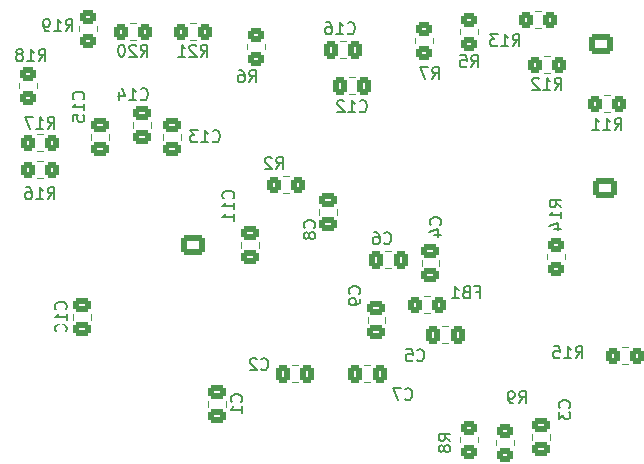
<source format=gbo>
%TF.GenerationSoftware,KiCad,Pcbnew,(6.0.1)*%
%TF.CreationDate,2023-10-20T14:42:09-04:00*%
%TF.ProjectId,MainMicro,4d61696e-4d69-4637-926f-2e6b69636164,rev?*%
%TF.SameCoordinates,Original*%
%TF.FileFunction,Legend,Bot*%
%TF.FilePolarity,Positive*%
%FSLAX46Y46*%
G04 Gerber Fmt 4.6, Leading zero omitted, Abs format (unit mm)*
G04 Created by KiCad (PCBNEW (6.0.1)) date 2023-10-20 14:42:09*
%MOMM*%
%LPD*%
G01*
G04 APERTURE LIST*
G04 Aperture macros list*
%AMRoundRect*
0 Rectangle with rounded corners*
0 $1 Rounding radius*
0 $2 $3 $4 $5 $6 $7 $8 $9 X,Y pos of 4 corners*
0 Add a 4 corners polygon primitive as box body*
4,1,4,$2,$3,$4,$5,$6,$7,$8,$9,$2,$3,0*
0 Add four circle primitives for the rounded corners*
1,1,$1+$1,$2,$3*
1,1,$1+$1,$4,$5*
1,1,$1+$1,$6,$7*
1,1,$1+$1,$8,$9*
0 Add four rect primitives between the rounded corners*
20,1,$1+$1,$2,$3,$4,$5,0*
20,1,$1+$1,$4,$5,$6,$7,0*
20,1,$1+$1,$6,$7,$8,$9,0*
20,1,$1+$1,$8,$9,$2,$3,0*%
G04 Aperture macros list end*
%ADD10C,0.150000*%
%ADD11C,0.120000*%
%ADD12RoundRect,0.250000X-0.725000X0.600000X-0.725000X-0.600000X0.725000X-0.600000X0.725000X0.600000X0*%
%ADD13O,1.950000X1.700000*%
%ADD14RoundRect,0.250000X0.725000X-0.600000X0.725000X0.600000X-0.725000X0.600000X-0.725000X-0.600000X0*%
%ADD15C,2.700000*%
%ADD16RoundRect,0.250000X-0.600000X-0.725000X0.600000X-0.725000X0.600000X0.725000X-0.600000X0.725000X0*%
%ADD17O,1.700000X1.950000*%
%ADD18RoundRect,0.250000X0.600000X0.750000X-0.600000X0.750000X-0.600000X-0.750000X0.600000X-0.750000X0*%
%ADD19O,1.700000X2.000000*%
%ADD20RoundRect,0.250000X0.600000X-0.600000X0.600000X0.600000X-0.600000X0.600000X-0.600000X-0.600000X0*%
%ADD21C,1.700000*%
%ADD22O,1.550000X0.890000*%
%ADD23O,0.950000X1.250000*%
%ADD24R,2.600000X2.600000*%
%ADD25C,2.600000*%
%ADD26RoundRect,0.250000X0.600000X0.725000X-0.600000X0.725000X-0.600000X-0.725000X0.600000X-0.725000X0*%
%ADD27RoundRect,0.250000X-0.350000X-0.450000X0.350000X-0.450000X0.350000X0.450000X-0.350000X0.450000X0*%
%ADD28RoundRect,0.250000X-0.450000X0.350000X-0.450000X-0.350000X0.450000X-0.350000X0.450000X0.350000X0*%
%ADD29RoundRect,0.250000X-0.325000X-0.450000X0.325000X-0.450000X0.325000X0.450000X-0.325000X0.450000X0*%
%ADD30RoundRect,0.250000X0.450000X-0.350000X0.450000X0.350000X-0.450000X0.350000X-0.450000X-0.350000X0*%
%ADD31RoundRect,0.250000X0.337500X0.475000X-0.337500X0.475000X-0.337500X-0.475000X0.337500X-0.475000X0*%
%ADD32RoundRect,0.250000X0.475000X-0.337500X0.475000X0.337500X-0.475000X0.337500X-0.475000X-0.337500X0*%
%ADD33RoundRect,0.250000X-0.475000X0.337500X-0.475000X-0.337500X0.475000X-0.337500X0.475000X0.337500X0*%
%ADD34RoundRect,0.250000X0.350000X0.450000X-0.350000X0.450000X-0.350000X-0.450000X0.350000X-0.450000X0*%
%ADD35RoundRect,0.250000X-0.337500X-0.475000X0.337500X-0.475000X0.337500X0.475000X-0.337500X0.475000X0*%
%ADD36C,0.800000*%
%ADD37C,0.700000*%
G04 APERTURE END LIST*
D10*
X200540857Y-101290380D02*
X200874190Y-100814190D01*
X201112285Y-101290380D02*
X201112285Y-100290380D01*
X200731333Y-100290380D01*
X200636095Y-100338000D01*
X200588476Y-100385619D01*
X200540857Y-100480857D01*
X200540857Y-100623714D01*
X200588476Y-100718952D01*
X200636095Y-100766571D01*
X200731333Y-100814190D01*
X201112285Y-100814190D01*
X199588476Y-101290380D02*
X200159904Y-101290380D01*
X199874190Y-101290380D02*
X199874190Y-100290380D01*
X199969428Y-100433238D01*
X200064666Y-100528476D01*
X200159904Y-100576095D01*
X198683714Y-100290380D02*
X199159904Y-100290380D01*
X199207523Y-100766571D01*
X199159904Y-100718952D01*
X199064666Y-100671333D01*
X198826571Y-100671333D01*
X198731333Y-100718952D01*
X198683714Y-100766571D01*
X198636095Y-100861809D01*
X198636095Y-101099904D01*
X198683714Y-101195142D01*
X198731333Y-101242761D01*
X198826571Y-101290380D01*
X199064666Y-101290380D01*
X199159904Y-101242761D01*
X199207523Y-101195142D01*
X172886666Y-77922380D02*
X173220000Y-77446190D01*
X173458095Y-77922380D02*
X173458095Y-76922380D01*
X173077142Y-76922380D01*
X172981904Y-76970000D01*
X172934285Y-77017619D01*
X172886666Y-77112857D01*
X172886666Y-77255714D01*
X172934285Y-77350952D01*
X172981904Y-77398571D01*
X173077142Y-77446190D01*
X173458095Y-77446190D01*
X172029523Y-76922380D02*
X172220000Y-76922380D01*
X172315238Y-76970000D01*
X172362857Y-77017619D01*
X172458095Y-77160476D01*
X172505714Y-77350952D01*
X172505714Y-77731904D01*
X172458095Y-77827142D01*
X172410476Y-77874761D01*
X172315238Y-77922380D01*
X172124761Y-77922380D01*
X172029523Y-77874761D01*
X171981904Y-77827142D01*
X171934285Y-77731904D01*
X171934285Y-77493809D01*
X171981904Y-77398571D01*
X172029523Y-77350952D01*
X172124761Y-77303333D01*
X172315238Y-77303333D01*
X172410476Y-77350952D01*
X172458095Y-77398571D01*
X172505714Y-77493809D01*
X192095333Y-95686571D02*
X192428666Y-95686571D01*
X192428666Y-96210380D02*
X192428666Y-95210380D01*
X191952476Y-95210380D01*
X191238190Y-95686571D02*
X191095333Y-95734190D01*
X191047714Y-95781809D01*
X191000095Y-95877047D01*
X191000095Y-96019904D01*
X191047714Y-96115142D01*
X191095333Y-96162761D01*
X191190571Y-96210380D01*
X191571523Y-96210380D01*
X191571523Y-95210380D01*
X191238190Y-95210380D01*
X191142952Y-95258000D01*
X191095333Y-95305619D01*
X191047714Y-95400857D01*
X191047714Y-95496095D01*
X191095333Y-95591333D01*
X191142952Y-95638952D01*
X191238190Y-95686571D01*
X191571523Y-95686571D01*
X190047714Y-96210380D02*
X190619142Y-96210380D01*
X190333428Y-96210380D02*
X190333428Y-95210380D01*
X190428666Y-95353238D01*
X190523904Y-95448476D01*
X190619142Y-95496095D01*
X155074857Y-76144380D02*
X155408190Y-75668190D01*
X155646285Y-76144380D02*
X155646285Y-75144380D01*
X155265333Y-75144380D01*
X155170095Y-75192000D01*
X155122476Y-75239619D01*
X155074857Y-75334857D01*
X155074857Y-75477714D01*
X155122476Y-75572952D01*
X155170095Y-75620571D01*
X155265333Y-75668190D01*
X155646285Y-75668190D01*
X154122476Y-76144380D02*
X154693904Y-76144380D01*
X154408190Y-76144380D02*
X154408190Y-75144380D01*
X154503428Y-75287238D01*
X154598666Y-75382476D01*
X154693904Y-75430095D01*
X153551047Y-75572952D02*
X153646285Y-75525333D01*
X153693904Y-75477714D01*
X153741523Y-75382476D01*
X153741523Y-75334857D01*
X153693904Y-75239619D01*
X153646285Y-75192000D01*
X153551047Y-75144380D01*
X153360571Y-75144380D01*
X153265333Y-75192000D01*
X153217714Y-75239619D01*
X153170095Y-75334857D01*
X153170095Y-75382476D01*
X153217714Y-75477714D01*
X153265333Y-75525333D01*
X153360571Y-75572952D01*
X153551047Y-75572952D01*
X153646285Y-75620571D01*
X153693904Y-75668190D01*
X153741523Y-75763428D01*
X153741523Y-75953904D01*
X153693904Y-76049142D01*
X153646285Y-76096761D01*
X153551047Y-76144380D01*
X153360571Y-76144380D01*
X153265333Y-76096761D01*
X153217714Y-76049142D01*
X153170095Y-75953904D01*
X153170095Y-75763428D01*
X153217714Y-75668190D01*
X153265333Y-75620571D01*
X153360571Y-75572952D01*
X187110666Y-101449142D02*
X187158285Y-101496761D01*
X187301142Y-101544380D01*
X187396380Y-101544380D01*
X187539238Y-101496761D01*
X187634476Y-101401523D01*
X187682095Y-101306285D01*
X187729714Y-101115809D01*
X187729714Y-100972952D01*
X187682095Y-100782476D01*
X187634476Y-100687238D01*
X187539238Y-100592000D01*
X187396380Y-100544380D01*
X187301142Y-100544380D01*
X187158285Y-100592000D01*
X187110666Y-100639619D01*
X186205904Y-100544380D02*
X186682095Y-100544380D01*
X186729714Y-101020571D01*
X186682095Y-100972952D01*
X186586857Y-100925333D01*
X186348761Y-100925333D01*
X186253523Y-100972952D01*
X186205904Y-101020571D01*
X186158285Y-101115809D01*
X186158285Y-101353904D01*
X186205904Y-101449142D01*
X186253523Y-101496761D01*
X186348761Y-101544380D01*
X186586857Y-101544380D01*
X186682095Y-101496761D01*
X186729714Y-101449142D01*
X169806857Y-82907142D02*
X169854476Y-82954761D01*
X169997333Y-83002380D01*
X170092571Y-83002380D01*
X170235428Y-82954761D01*
X170330666Y-82859523D01*
X170378285Y-82764285D01*
X170425904Y-82573809D01*
X170425904Y-82430952D01*
X170378285Y-82240476D01*
X170330666Y-82145238D01*
X170235428Y-82050000D01*
X170092571Y-82002380D01*
X169997333Y-82002380D01*
X169854476Y-82050000D01*
X169806857Y-82097619D01*
X168854476Y-83002380D02*
X169425904Y-83002380D01*
X169140190Y-83002380D02*
X169140190Y-82002380D01*
X169235428Y-82145238D01*
X169330666Y-82240476D01*
X169425904Y-82288095D01*
X168521142Y-82002380D02*
X167902095Y-82002380D01*
X168235428Y-82383333D01*
X168092571Y-82383333D01*
X167997333Y-82430952D01*
X167949714Y-82478571D01*
X167902095Y-82573809D01*
X167902095Y-82811904D01*
X167949714Y-82907142D01*
X167997333Y-82954761D01*
X168092571Y-83002380D01*
X168378285Y-83002380D01*
X168473523Y-82954761D01*
X168521142Y-82907142D01*
X172217142Y-104989333D02*
X172264761Y-104941714D01*
X172312380Y-104798857D01*
X172312380Y-104703619D01*
X172264761Y-104560761D01*
X172169523Y-104465523D01*
X172074285Y-104417904D01*
X171883809Y-104370285D01*
X171740952Y-104370285D01*
X171550476Y-104417904D01*
X171455238Y-104465523D01*
X171360000Y-104560761D01*
X171312380Y-104703619D01*
X171312380Y-104798857D01*
X171360000Y-104941714D01*
X171407619Y-104989333D01*
X172312380Y-105941714D02*
X172312380Y-105370285D01*
X172312380Y-105656000D02*
X171312380Y-105656000D01*
X171455238Y-105560761D01*
X171550476Y-105465523D01*
X171598095Y-105370285D01*
X157360857Y-73604380D02*
X157694190Y-73128190D01*
X157932285Y-73604380D02*
X157932285Y-72604380D01*
X157551333Y-72604380D01*
X157456095Y-72652000D01*
X157408476Y-72699619D01*
X157360857Y-72794857D01*
X157360857Y-72937714D01*
X157408476Y-73032952D01*
X157456095Y-73080571D01*
X157551333Y-73128190D01*
X157932285Y-73128190D01*
X156408476Y-73604380D02*
X156979904Y-73604380D01*
X156694190Y-73604380D02*
X156694190Y-72604380D01*
X156789428Y-72747238D01*
X156884666Y-72842476D01*
X156979904Y-72890095D01*
X155932285Y-73604380D02*
X155741809Y-73604380D01*
X155646571Y-73556761D01*
X155598952Y-73509142D01*
X155503714Y-73366285D01*
X155456095Y-73175809D01*
X155456095Y-72794857D01*
X155503714Y-72699619D01*
X155551333Y-72652000D01*
X155646571Y-72604380D01*
X155837047Y-72604380D01*
X155932285Y-72652000D01*
X155979904Y-72699619D01*
X156027523Y-72794857D01*
X156027523Y-73032952D01*
X155979904Y-73128190D01*
X155932285Y-73175809D01*
X155837047Y-73223428D01*
X155646571Y-73223428D01*
X155551333Y-73175809D01*
X155503714Y-73128190D01*
X155456095Y-73032952D01*
X178411142Y-90257333D02*
X178458761Y-90209714D01*
X178506380Y-90066857D01*
X178506380Y-89971619D01*
X178458761Y-89828761D01*
X178363523Y-89733523D01*
X178268285Y-89685904D01*
X178077809Y-89638285D01*
X177934952Y-89638285D01*
X177744476Y-89685904D01*
X177649238Y-89733523D01*
X177554000Y-89828761D01*
X177506380Y-89971619D01*
X177506380Y-90066857D01*
X177554000Y-90209714D01*
X177601619Y-90257333D01*
X177934952Y-90828761D02*
X177887333Y-90733523D01*
X177839714Y-90685904D01*
X177744476Y-90638285D01*
X177696857Y-90638285D01*
X177601619Y-90685904D01*
X177554000Y-90733523D01*
X177506380Y-90828761D01*
X177506380Y-91019238D01*
X177554000Y-91114476D01*
X177601619Y-91162095D01*
X177696857Y-91209714D01*
X177744476Y-91209714D01*
X177839714Y-91162095D01*
X177887333Y-91114476D01*
X177934952Y-91019238D01*
X177934952Y-90828761D01*
X177982571Y-90733523D01*
X178030190Y-90685904D01*
X178125428Y-90638285D01*
X178315904Y-90638285D01*
X178411142Y-90685904D01*
X178458761Y-90733523D01*
X178506380Y-90828761D01*
X178506380Y-91019238D01*
X178458761Y-91114476D01*
X178411142Y-91162095D01*
X178315904Y-91209714D01*
X178125428Y-91209714D01*
X178030190Y-91162095D01*
X177982571Y-91114476D01*
X177934952Y-91019238D01*
X195746666Y-105100380D02*
X196080000Y-104624190D01*
X196318095Y-105100380D02*
X196318095Y-104100380D01*
X195937142Y-104100380D01*
X195841904Y-104148000D01*
X195794285Y-104195619D01*
X195746666Y-104290857D01*
X195746666Y-104433714D01*
X195794285Y-104528952D01*
X195841904Y-104576571D01*
X195937142Y-104624190D01*
X196318095Y-104624190D01*
X195270476Y-105100380D02*
X195080000Y-105100380D01*
X194984761Y-105052761D01*
X194937142Y-105005142D01*
X194841904Y-104862285D01*
X194794285Y-104671809D01*
X194794285Y-104290857D01*
X194841904Y-104195619D01*
X194889523Y-104148000D01*
X194984761Y-104100380D01*
X195175238Y-104100380D01*
X195270476Y-104148000D01*
X195318095Y-104195619D01*
X195365714Y-104290857D01*
X195365714Y-104528952D01*
X195318095Y-104624190D01*
X195270476Y-104671809D01*
X195175238Y-104719428D01*
X194984761Y-104719428D01*
X194889523Y-104671809D01*
X194841904Y-104624190D01*
X194794285Y-104528952D01*
X199334380Y-88511142D02*
X198858190Y-88177809D01*
X199334380Y-87939714D02*
X198334380Y-87939714D01*
X198334380Y-88320666D01*
X198382000Y-88415904D01*
X198429619Y-88463523D01*
X198524857Y-88511142D01*
X198667714Y-88511142D01*
X198762952Y-88463523D01*
X198810571Y-88415904D01*
X198858190Y-88320666D01*
X198858190Y-87939714D01*
X199334380Y-89463523D02*
X199334380Y-88892095D01*
X199334380Y-89177809D02*
X198334380Y-89177809D01*
X198477238Y-89082571D01*
X198572476Y-88987333D01*
X198620095Y-88892095D01*
X198667714Y-90320666D02*
X199334380Y-90320666D01*
X198286761Y-90082571D02*
X199001047Y-89844476D01*
X199001047Y-90463523D01*
X175172666Y-85288380D02*
X175506000Y-84812190D01*
X175744095Y-85288380D02*
X175744095Y-84288380D01*
X175363142Y-84288380D01*
X175267904Y-84336000D01*
X175220285Y-84383619D01*
X175172666Y-84478857D01*
X175172666Y-84621714D01*
X175220285Y-84716952D01*
X175267904Y-84764571D01*
X175363142Y-84812190D01*
X175744095Y-84812190D01*
X174791714Y-84383619D02*
X174744095Y-84336000D01*
X174648857Y-84288380D01*
X174410761Y-84288380D01*
X174315523Y-84336000D01*
X174267904Y-84383619D01*
X174220285Y-84478857D01*
X174220285Y-84574095D01*
X174267904Y-84716952D01*
X174839333Y-85288380D01*
X174220285Y-85288380D01*
X163710857Y-79351142D02*
X163758476Y-79398761D01*
X163901333Y-79446380D01*
X163996571Y-79446380D01*
X164139428Y-79398761D01*
X164234666Y-79303523D01*
X164282285Y-79208285D01*
X164329904Y-79017809D01*
X164329904Y-78874952D01*
X164282285Y-78684476D01*
X164234666Y-78589238D01*
X164139428Y-78494000D01*
X163996571Y-78446380D01*
X163901333Y-78446380D01*
X163758476Y-78494000D01*
X163710857Y-78541619D01*
X162758476Y-79446380D02*
X163329904Y-79446380D01*
X163044190Y-79446380D02*
X163044190Y-78446380D01*
X163139428Y-78589238D01*
X163234666Y-78684476D01*
X163329904Y-78732095D01*
X161901333Y-78779714D02*
X161901333Y-79446380D01*
X162139428Y-78398761D02*
X162377523Y-79113047D01*
X161758476Y-79113047D01*
X157350642Y-97147142D02*
X157398261Y-97099523D01*
X157445880Y-96956666D01*
X157445880Y-96861428D01*
X157398261Y-96718571D01*
X157303023Y-96623333D01*
X157207785Y-96575714D01*
X157017309Y-96528095D01*
X156874452Y-96528095D01*
X156683976Y-96575714D01*
X156588738Y-96623333D01*
X156493500Y-96718571D01*
X156445880Y-96861428D01*
X156445880Y-96956666D01*
X156493500Y-97099523D01*
X156541119Y-97147142D01*
X157445880Y-98099523D02*
X157445880Y-97528095D01*
X157445880Y-97813809D02*
X156445880Y-97813809D01*
X156588738Y-97718571D01*
X156683976Y-97623333D01*
X156731595Y-97528095D01*
X156445880Y-98718571D02*
X156445880Y-98813809D01*
X156493500Y-98909047D01*
X156541119Y-98956666D01*
X156636357Y-99004285D01*
X156826833Y-99051904D01*
X157064928Y-99051904D01*
X157255404Y-99004285D01*
X157350642Y-98956666D01*
X157398261Y-98909047D01*
X157445880Y-98813809D01*
X157445880Y-98718571D01*
X157398261Y-98623333D01*
X157350642Y-98575714D01*
X157255404Y-98528095D01*
X157064928Y-98480476D01*
X156826833Y-98480476D01*
X156636357Y-98528095D01*
X156541119Y-98575714D01*
X156493500Y-98623333D01*
X156445880Y-98718571D01*
X189936380Y-108291333D02*
X189460190Y-107958000D01*
X189936380Y-107719904D02*
X188936380Y-107719904D01*
X188936380Y-108100857D01*
X188984000Y-108196095D01*
X189031619Y-108243714D01*
X189126857Y-108291333D01*
X189269714Y-108291333D01*
X189364952Y-108243714D01*
X189412571Y-108196095D01*
X189460190Y-108100857D01*
X189460190Y-107719904D01*
X189364952Y-108862761D02*
X189317333Y-108767523D01*
X189269714Y-108719904D01*
X189174476Y-108672285D01*
X189126857Y-108672285D01*
X189031619Y-108719904D01*
X188984000Y-108767523D01*
X188936380Y-108862761D01*
X188936380Y-109053238D01*
X188984000Y-109148476D01*
X189031619Y-109196095D01*
X189126857Y-109243714D01*
X189174476Y-109243714D01*
X189269714Y-109196095D01*
X189317333Y-109148476D01*
X189364952Y-109053238D01*
X189364952Y-108862761D01*
X189412571Y-108767523D01*
X189460190Y-108719904D01*
X189555428Y-108672285D01*
X189745904Y-108672285D01*
X189841142Y-108719904D01*
X189888761Y-108767523D01*
X189936380Y-108862761D01*
X189936380Y-109053238D01*
X189888761Y-109148476D01*
X189841142Y-109196095D01*
X189745904Y-109243714D01*
X189555428Y-109243714D01*
X189460190Y-109196095D01*
X189412571Y-109148476D01*
X189364952Y-109053238D01*
X182221142Y-95845333D02*
X182268761Y-95797714D01*
X182316380Y-95654857D01*
X182316380Y-95559619D01*
X182268761Y-95416761D01*
X182173523Y-95321523D01*
X182078285Y-95273904D01*
X181887809Y-95226285D01*
X181744952Y-95226285D01*
X181554476Y-95273904D01*
X181459238Y-95321523D01*
X181364000Y-95416761D01*
X181316380Y-95559619D01*
X181316380Y-95654857D01*
X181364000Y-95797714D01*
X181411619Y-95845333D01*
X182316380Y-96321523D02*
X182316380Y-96512000D01*
X182268761Y-96607238D01*
X182221142Y-96654857D01*
X182078285Y-96750095D01*
X181887809Y-96797714D01*
X181506857Y-96797714D01*
X181411619Y-96750095D01*
X181364000Y-96702476D01*
X181316380Y-96607238D01*
X181316380Y-96416761D01*
X181364000Y-96321523D01*
X181411619Y-96273904D01*
X181506857Y-96226285D01*
X181744952Y-96226285D01*
X181840190Y-96273904D01*
X181887809Y-96321523D01*
X181935428Y-96416761D01*
X181935428Y-96607238D01*
X181887809Y-96702476D01*
X181840190Y-96750095D01*
X181744952Y-96797714D01*
X171531642Y-87749142D02*
X171579261Y-87701523D01*
X171626880Y-87558666D01*
X171626880Y-87463428D01*
X171579261Y-87320571D01*
X171484023Y-87225333D01*
X171388785Y-87177714D01*
X171198309Y-87130095D01*
X171055452Y-87130095D01*
X170864976Y-87177714D01*
X170769738Y-87225333D01*
X170674500Y-87320571D01*
X170626880Y-87463428D01*
X170626880Y-87558666D01*
X170674500Y-87701523D01*
X170722119Y-87749142D01*
X171626880Y-88701523D02*
X171626880Y-88130095D01*
X171626880Y-88415809D02*
X170626880Y-88415809D01*
X170769738Y-88320571D01*
X170864976Y-88225333D01*
X170912595Y-88130095D01*
X171626880Y-89653904D02*
X171626880Y-89082476D01*
X171626880Y-89368190D02*
X170626880Y-89368190D01*
X170769738Y-89272952D01*
X170864976Y-89177714D01*
X170912595Y-89082476D01*
X195206857Y-74874380D02*
X195540190Y-74398190D01*
X195778285Y-74874380D02*
X195778285Y-73874380D01*
X195397333Y-73874380D01*
X195302095Y-73922000D01*
X195254476Y-73969619D01*
X195206857Y-74064857D01*
X195206857Y-74207714D01*
X195254476Y-74302952D01*
X195302095Y-74350571D01*
X195397333Y-74398190D01*
X195778285Y-74398190D01*
X194254476Y-74874380D02*
X194825904Y-74874380D01*
X194540190Y-74874380D02*
X194540190Y-73874380D01*
X194635428Y-74017238D01*
X194730666Y-74112476D01*
X194825904Y-74160095D01*
X193921142Y-73874380D02*
X193302095Y-73874380D01*
X193635428Y-74255333D01*
X193492571Y-74255333D01*
X193397333Y-74302952D01*
X193349714Y-74350571D01*
X193302095Y-74445809D01*
X193302095Y-74683904D01*
X193349714Y-74779142D01*
X193397333Y-74826761D01*
X193492571Y-74874380D01*
X193778285Y-74874380D01*
X193873523Y-74826761D01*
X193921142Y-74779142D01*
X189079142Y-90003333D02*
X189126761Y-89955714D01*
X189174380Y-89812857D01*
X189174380Y-89717619D01*
X189126761Y-89574761D01*
X189031523Y-89479523D01*
X188936285Y-89431904D01*
X188745809Y-89384285D01*
X188602952Y-89384285D01*
X188412476Y-89431904D01*
X188317238Y-89479523D01*
X188222000Y-89574761D01*
X188174380Y-89717619D01*
X188174380Y-89812857D01*
X188222000Y-89955714D01*
X188269619Y-90003333D01*
X188507714Y-90860476D02*
X189174380Y-90860476D01*
X188126761Y-90622380D02*
X188841047Y-90384285D01*
X188841047Y-91003333D01*
X182252857Y-80367142D02*
X182300476Y-80414761D01*
X182443333Y-80462380D01*
X182538571Y-80462380D01*
X182681428Y-80414761D01*
X182776666Y-80319523D01*
X182824285Y-80224285D01*
X182871904Y-80033809D01*
X182871904Y-79890952D01*
X182824285Y-79700476D01*
X182776666Y-79605238D01*
X182681428Y-79510000D01*
X182538571Y-79462380D01*
X182443333Y-79462380D01*
X182300476Y-79510000D01*
X182252857Y-79557619D01*
X181300476Y-80462380D02*
X181871904Y-80462380D01*
X181586190Y-80462380D02*
X181586190Y-79462380D01*
X181681428Y-79605238D01*
X181776666Y-79700476D01*
X181871904Y-79748095D01*
X180919523Y-79557619D02*
X180871904Y-79510000D01*
X180776666Y-79462380D01*
X180538571Y-79462380D01*
X180443333Y-79510000D01*
X180395714Y-79557619D01*
X180348095Y-79652857D01*
X180348095Y-79748095D01*
X180395714Y-79890952D01*
X180967142Y-80462380D01*
X180348095Y-80462380D01*
X203842857Y-81986380D02*
X204176190Y-81510190D01*
X204414285Y-81986380D02*
X204414285Y-80986380D01*
X204033333Y-80986380D01*
X203938095Y-81034000D01*
X203890476Y-81081619D01*
X203842857Y-81176857D01*
X203842857Y-81319714D01*
X203890476Y-81414952D01*
X203938095Y-81462571D01*
X204033333Y-81510190D01*
X204414285Y-81510190D01*
X202890476Y-81986380D02*
X203461904Y-81986380D01*
X203176190Y-81986380D02*
X203176190Y-80986380D01*
X203271428Y-81129238D01*
X203366666Y-81224476D01*
X203461904Y-81272095D01*
X201938095Y-81986380D02*
X202509523Y-81986380D01*
X202223809Y-81986380D02*
X202223809Y-80986380D01*
X202319047Y-81129238D01*
X202414285Y-81224476D01*
X202509523Y-81272095D01*
X168790857Y-75762380D02*
X169124190Y-75286190D01*
X169362285Y-75762380D02*
X169362285Y-74762380D01*
X168981333Y-74762380D01*
X168886095Y-74810000D01*
X168838476Y-74857619D01*
X168790857Y-74952857D01*
X168790857Y-75095714D01*
X168838476Y-75190952D01*
X168886095Y-75238571D01*
X168981333Y-75286190D01*
X169362285Y-75286190D01*
X168409904Y-74857619D02*
X168362285Y-74810000D01*
X168267047Y-74762380D01*
X168028952Y-74762380D01*
X167933714Y-74810000D01*
X167886095Y-74857619D01*
X167838476Y-74952857D01*
X167838476Y-75048095D01*
X167886095Y-75190952D01*
X168457523Y-75762380D01*
X167838476Y-75762380D01*
X166886095Y-75762380D02*
X167457523Y-75762380D01*
X167171809Y-75762380D02*
X167171809Y-74762380D01*
X167267047Y-74905238D01*
X167362285Y-75000476D01*
X167457523Y-75048095D01*
X184316666Y-91543142D02*
X184364285Y-91590761D01*
X184507142Y-91638380D01*
X184602380Y-91638380D01*
X184745238Y-91590761D01*
X184840476Y-91495523D01*
X184888095Y-91400285D01*
X184935714Y-91209809D01*
X184935714Y-91066952D01*
X184888095Y-90876476D01*
X184840476Y-90781238D01*
X184745238Y-90686000D01*
X184602380Y-90638380D01*
X184507142Y-90638380D01*
X184364285Y-90686000D01*
X184316666Y-90733619D01*
X183459523Y-90638380D02*
X183650000Y-90638380D01*
X183745238Y-90686000D01*
X183792857Y-90733619D01*
X183888095Y-90876476D01*
X183935714Y-91066952D01*
X183935714Y-91447904D01*
X183888095Y-91543142D01*
X183840476Y-91590761D01*
X183745238Y-91638380D01*
X183554761Y-91638380D01*
X183459523Y-91590761D01*
X183411904Y-91543142D01*
X183364285Y-91447904D01*
X183364285Y-91209809D01*
X183411904Y-91114571D01*
X183459523Y-91066952D01*
X183554761Y-91019333D01*
X183745238Y-91019333D01*
X183840476Y-91066952D01*
X183888095Y-91114571D01*
X183935714Y-91209809D01*
X155836857Y-81860380D02*
X156170190Y-81384190D01*
X156408285Y-81860380D02*
X156408285Y-80860380D01*
X156027333Y-80860380D01*
X155932095Y-80908000D01*
X155884476Y-80955619D01*
X155836857Y-81050857D01*
X155836857Y-81193714D01*
X155884476Y-81288952D01*
X155932095Y-81336571D01*
X156027333Y-81384190D01*
X156408285Y-81384190D01*
X154884476Y-81860380D02*
X155455904Y-81860380D01*
X155170190Y-81860380D02*
X155170190Y-80860380D01*
X155265428Y-81003238D01*
X155360666Y-81098476D01*
X155455904Y-81146095D01*
X154551142Y-80860380D02*
X153884476Y-80860380D01*
X154313047Y-81860380D01*
X155836857Y-87828380D02*
X156170190Y-87352190D01*
X156408285Y-87828380D02*
X156408285Y-86828380D01*
X156027333Y-86828380D01*
X155932095Y-86876000D01*
X155884476Y-86923619D01*
X155836857Y-87018857D01*
X155836857Y-87161714D01*
X155884476Y-87256952D01*
X155932095Y-87304571D01*
X156027333Y-87352190D01*
X156408285Y-87352190D01*
X154884476Y-87828380D02*
X155455904Y-87828380D01*
X155170190Y-87828380D02*
X155170190Y-86828380D01*
X155265428Y-86971238D01*
X155360666Y-87066476D01*
X155455904Y-87114095D01*
X154027333Y-86828380D02*
X154217809Y-86828380D01*
X154313047Y-86876000D01*
X154360666Y-86923619D01*
X154455904Y-87066476D01*
X154503523Y-87256952D01*
X154503523Y-87637904D01*
X154455904Y-87733142D01*
X154408285Y-87780761D01*
X154313047Y-87828380D01*
X154122571Y-87828380D01*
X154027333Y-87780761D01*
X153979714Y-87733142D01*
X153932095Y-87637904D01*
X153932095Y-87399809D01*
X153979714Y-87304571D01*
X154027333Y-87256952D01*
X154122571Y-87209333D01*
X154313047Y-87209333D01*
X154408285Y-87256952D01*
X154455904Y-87304571D01*
X154503523Y-87399809D01*
X173902666Y-102211142D02*
X173950285Y-102258761D01*
X174093142Y-102306380D01*
X174188380Y-102306380D01*
X174331238Y-102258761D01*
X174426476Y-102163523D01*
X174474095Y-102068285D01*
X174521714Y-101877809D01*
X174521714Y-101734952D01*
X174474095Y-101544476D01*
X174426476Y-101449238D01*
X174331238Y-101354000D01*
X174188380Y-101306380D01*
X174093142Y-101306380D01*
X173950285Y-101354000D01*
X173902666Y-101401619D01*
X173521714Y-101401619D02*
X173474095Y-101354000D01*
X173378857Y-101306380D01*
X173140761Y-101306380D01*
X173045523Y-101354000D01*
X172997904Y-101401619D01*
X172950285Y-101496857D01*
X172950285Y-101592095D01*
X172997904Y-101734952D01*
X173569333Y-102306380D01*
X172950285Y-102306380D01*
X186094666Y-104751142D02*
X186142285Y-104798761D01*
X186285142Y-104846380D01*
X186380380Y-104846380D01*
X186523238Y-104798761D01*
X186618476Y-104703523D01*
X186666095Y-104608285D01*
X186713714Y-104417809D01*
X186713714Y-104274952D01*
X186666095Y-104084476D01*
X186618476Y-103989238D01*
X186523238Y-103894000D01*
X186380380Y-103846380D01*
X186285142Y-103846380D01*
X186142285Y-103894000D01*
X186094666Y-103941619D01*
X185761333Y-103846380D02*
X185094666Y-103846380D01*
X185523238Y-104846380D01*
X188380666Y-77668380D02*
X188714000Y-77192190D01*
X188952095Y-77668380D02*
X188952095Y-76668380D01*
X188571142Y-76668380D01*
X188475904Y-76716000D01*
X188428285Y-76763619D01*
X188380666Y-76858857D01*
X188380666Y-77001714D01*
X188428285Y-77096952D01*
X188475904Y-77144571D01*
X188571142Y-77192190D01*
X188952095Y-77192190D01*
X188047333Y-76668380D02*
X187380666Y-76668380D01*
X187809238Y-77668380D01*
X158853142Y-79367142D02*
X158900761Y-79319523D01*
X158948380Y-79176666D01*
X158948380Y-79081428D01*
X158900761Y-78938571D01*
X158805523Y-78843333D01*
X158710285Y-78795714D01*
X158519809Y-78748095D01*
X158376952Y-78748095D01*
X158186476Y-78795714D01*
X158091238Y-78843333D01*
X157996000Y-78938571D01*
X157948380Y-79081428D01*
X157948380Y-79176666D01*
X157996000Y-79319523D01*
X158043619Y-79367142D01*
X158948380Y-80319523D02*
X158948380Y-79748095D01*
X158948380Y-80033809D02*
X157948380Y-80033809D01*
X158091238Y-79938571D01*
X158186476Y-79843333D01*
X158234095Y-79748095D01*
X157948380Y-81224285D02*
X157948380Y-80748095D01*
X158424571Y-80700476D01*
X158376952Y-80748095D01*
X158329333Y-80843333D01*
X158329333Y-81081428D01*
X158376952Y-81176666D01*
X158424571Y-81224285D01*
X158519809Y-81271904D01*
X158757904Y-81271904D01*
X158853142Y-81224285D01*
X158900761Y-81176666D01*
X158948380Y-81081428D01*
X158948380Y-80843333D01*
X158900761Y-80748095D01*
X158853142Y-80700476D01*
X191682666Y-76652380D02*
X192016000Y-76176190D01*
X192254095Y-76652380D02*
X192254095Y-75652380D01*
X191873142Y-75652380D01*
X191777904Y-75700000D01*
X191730285Y-75747619D01*
X191682666Y-75842857D01*
X191682666Y-75985714D01*
X191730285Y-76080952D01*
X191777904Y-76128571D01*
X191873142Y-76176190D01*
X192254095Y-76176190D01*
X190777904Y-75652380D02*
X191254095Y-75652380D01*
X191301714Y-76128571D01*
X191254095Y-76080952D01*
X191158857Y-76033333D01*
X190920761Y-76033333D01*
X190825523Y-76080952D01*
X190777904Y-76128571D01*
X190730285Y-76223809D01*
X190730285Y-76461904D01*
X190777904Y-76557142D01*
X190825523Y-76604761D01*
X190920761Y-76652380D01*
X191158857Y-76652380D01*
X191254095Y-76604761D01*
X191301714Y-76557142D01*
X163710857Y-75762380D02*
X164044190Y-75286190D01*
X164282285Y-75762380D02*
X164282285Y-74762380D01*
X163901333Y-74762380D01*
X163806095Y-74810000D01*
X163758476Y-74857619D01*
X163710857Y-74952857D01*
X163710857Y-75095714D01*
X163758476Y-75190952D01*
X163806095Y-75238571D01*
X163901333Y-75286190D01*
X164282285Y-75286190D01*
X163329904Y-74857619D02*
X163282285Y-74810000D01*
X163187047Y-74762380D01*
X162948952Y-74762380D01*
X162853714Y-74810000D01*
X162806095Y-74857619D01*
X162758476Y-74952857D01*
X162758476Y-75048095D01*
X162806095Y-75190952D01*
X163377523Y-75762380D01*
X162758476Y-75762380D01*
X162139428Y-74762380D02*
X162044190Y-74762380D01*
X161948952Y-74810000D01*
X161901333Y-74857619D01*
X161853714Y-74952857D01*
X161806095Y-75143333D01*
X161806095Y-75381428D01*
X161853714Y-75571904D01*
X161901333Y-75667142D01*
X161948952Y-75714761D01*
X162044190Y-75762380D01*
X162139428Y-75762380D01*
X162234666Y-75714761D01*
X162282285Y-75667142D01*
X162329904Y-75571904D01*
X162377523Y-75381428D01*
X162377523Y-75143333D01*
X162329904Y-74952857D01*
X162282285Y-74857619D01*
X162234666Y-74810000D01*
X162139428Y-74762380D01*
X200001142Y-105497333D02*
X200048761Y-105449714D01*
X200096380Y-105306857D01*
X200096380Y-105211619D01*
X200048761Y-105068761D01*
X199953523Y-104973523D01*
X199858285Y-104925904D01*
X199667809Y-104878285D01*
X199524952Y-104878285D01*
X199334476Y-104925904D01*
X199239238Y-104973523D01*
X199144000Y-105068761D01*
X199096380Y-105211619D01*
X199096380Y-105306857D01*
X199144000Y-105449714D01*
X199191619Y-105497333D01*
X199096380Y-105830666D02*
X199096380Y-106449714D01*
X199477333Y-106116380D01*
X199477333Y-106259238D01*
X199524952Y-106354476D01*
X199572571Y-106402095D01*
X199667809Y-106449714D01*
X199905904Y-106449714D01*
X200001142Y-106402095D01*
X200048761Y-106354476D01*
X200096380Y-106259238D01*
X200096380Y-105973523D01*
X200048761Y-105878285D01*
X200001142Y-105830666D01*
X198762857Y-78556380D02*
X199096190Y-78080190D01*
X199334285Y-78556380D02*
X199334285Y-77556380D01*
X198953333Y-77556380D01*
X198858095Y-77604000D01*
X198810476Y-77651619D01*
X198762857Y-77746857D01*
X198762857Y-77889714D01*
X198810476Y-77984952D01*
X198858095Y-78032571D01*
X198953333Y-78080190D01*
X199334285Y-78080190D01*
X197810476Y-78556380D02*
X198381904Y-78556380D01*
X198096190Y-78556380D02*
X198096190Y-77556380D01*
X198191428Y-77699238D01*
X198286666Y-77794476D01*
X198381904Y-77842095D01*
X197429523Y-77651619D02*
X197381904Y-77604000D01*
X197286666Y-77556380D01*
X197048571Y-77556380D01*
X196953333Y-77604000D01*
X196905714Y-77651619D01*
X196858095Y-77746857D01*
X196858095Y-77842095D01*
X196905714Y-77984952D01*
X197477142Y-78556380D01*
X196858095Y-78556380D01*
X181236857Y-73763142D02*
X181284476Y-73810761D01*
X181427333Y-73858380D01*
X181522571Y-73858380D01*
X181665428Y-73810761D01*
X181760666Y-73715523D01*
X181808285Y-73620285D01*
X181855904Y-73429809D01*
X181855904Y-73286952D01*
X181808285Y-73096476D01*
X181760666Y-73001238D01*
X181665428Y-72906000D01*
X181522571Y-72858380D01*
X181427333Y-72858380D01*
X181284476Y-72906000D01*
X181236857Y-72953619D01*
X180284476Y-73858380D02*
X180855904Y-73858380D01*
X180570190Y-73858380D02*
X180570190Y-72858380D01*
X180665428Y-73001238D01*
X180760666Y-73096476D01*
X180855904Y-73144095D01*
X179427333Y-72858380D02*
X179617809Y-72858380D01*
X179713047Y-72906000D01*
X179760666Y-72953619D01*
X179855904Y-73096476D01*
X179903523Y-73286952D01*
X179903523Y-73667904D01*
X179855904Y-73763142D01*
X179808285Y-73810761D01*
X179713047Y-73858380D01*
X179522571Y-73858380D01*
X179427333Y-73810761D01*
X179379714Y-73763142D01*
X179332095Y-73667904D01*
X179332095Y-73429809D01*
X179379714Y-73334571D01*
X179427333Y-73286952D01*
X179522571Y-73239333D01*
X179713047Y-73239333D01*
X179808285Y-73286952D01*
X179855904Y-73334571D01*
X179903523Y-73429809D01*
D11*
X204496936Y-100357000D02*
X204951064Y-100357000D01*
X204496936Y-101827000D02*
X204951064Y-101827000D01*
X174217000Y-74702936D02*
X174217000Y-75157064D01*
X172747000Y-74702936D02*
X172747000Y-75157064D01*
X187698748Y-96064000D02*
X188221252Y-96064000D01*
X187698748Y-97484000D02*
X188221252Y-97484000D01*
X154913000Y-78459064D02*
X154913000Y-78004936D01*
X153443000Y-78459064D02*
X153443000Y-78004936D01*
X189766752Y-98579000D02*
X189244248Y-98579000D01*
X189766752Y-100049000D02*
X189244248Y-100049000D01*
X167105000Y-82811252D02*
X167105000Y-82288748D01*
X165635000Y-82811252D02*
X165635000Y-82288748D01*
X170915000Y-105417252D02*
X170915000Y-104894748D01*
X169445000Y-105417252D02*
X169445000Y-104894748D01*
X159993000Y-73633064D02*
X159993000Y-73178936D01*
X158523000Y-73633064D02*
X158523000Y-73178936D01*
X180313000Y-89161252D02*
X180313000Y-88638748D01*
X178843000Y-89161252D02*
X178843000Y-88638748D01*
X195299000Y-108230936D02*
X195299000Y-108685064D01*
X193829000Y-108230936D02*
X193829000Y-108685064D01*
X198147000Y-92937064D02*
X198147000Y-92482936D01*
X199617000Y-92937064D02*
X199617000Y-92482936D01*
X175794936Y-87349000D02*
X176249064Y-87349000D01*
X175794936Y-85879000D02*
X176249064Y-85879000D01*
X164565000Y-81272748D02*
X164565000Y-81795252D01*
X163095000Y-81272748D02*
X163095000Y-81795252D01*
X158015000Y-97528748D02*
X158015000Y-98051252D01*
X159485000Y-97528748D02*
X159485000Y-98051252D01*
X190781000Y-107976936D02*
X190781000Y-108431064D01*
X192251000Y-107976936D02*
X192251000Y-108431064D01*
X182928500Y-98305252D02*
X182928500Y-97782748D01*
X184398500Y-98305252D02*
X184398500Y-97782748D01*
X172239000Y-91955252D02*
X172239000Y-91432748D01*
X173709000Y-91955252D02*
X173709000Y-91432748D01*
X197585064Y-71909000D02*
X197130936Y-71909000D01*
X197585064Y-73379000D02*
X197130936Y-73379000D01*
X187500500Y-92956748D02*
X187500500Y-93479252D01*
X188970500Y-92956748D02*
X188970500Y-93479252D01*
X180586748Y-74449000D02*
X181109252Y-74449000D01*
X180586748Y-75919000D02*
X181109252Y-75919000D01*
X202972936Y-80491000D02*
X203427064Y-80491000D01*
X202972936Y-79021000D02*
X203427064Y-79021000D01*
X167920936Y-74395000D02*
X168375064Y-74395000D01*
X167920936Y-72925000D02*
X168375064Y-72925000D01*
X184418248Y-92229000D02*
X184940752Y-92229000D01*
X184418248Y-93699000D02*
X184940752Y-93699000D01*
X155421064Y-83793000D02*
X154966936Y-83793000D01*
X155421064Y-82323000D02*
X154966936Y-82323000D01*
X155421064Y-84609000D02*
X154966936Y-84609000D01*
X155421064Y-86079000D02*
X154966936Y-86079000D01*
X177045252Y-101881000D02*
X176522748Y-101881000D01*
X177045252Y-103351000D02*
X176522748Y-103351000D01*
X183162752Y-101881000D02*
X182640248Y-101881000D01*
X183162752Y-103351000D02*
X182640248Y-103351000D01*
X186971000Y-74194936D02*
X186971000Y-74649064D01*
X188441000Y-74194936D02*
X188441000Y-74649064D01*
X159539000Y-82288748D02*
X159539000Y-82811252D01*
X161009000Y-82288748D02*
X161009000Y-82811252D01*
X190781000Y-73432936D02*
X190781000Y-73887064D01*
X192251000Y-73432936D02*
X192251000Y-73887064D01*
X162840936Y-74395000D02*
X163295064Y-74395000D01*
X162840936Y-72925000D02*
X163295064Y-72925000D01*
X196877000Y-108211252D02*
X196877000Y-107688748D01*
X198347000Y-108211252D02*
X198347000Y-107688748D01*
X197892936Y-75719000D02*
X198347064Y-75719000D01*
X197892936Y-77189000D02*
X198347064Y-77189000D01*
X181871252Y-77497000D02*
X181348748Y-77497000D01*
X181871252Y-78967000D02*
X181348748Y-78967000D01*
%LPC*%
D12*
X202992000Y-86868000D03*
D13*
X202992000Y-89368000D03*
X202992000Y-91868000D03*
X202992000Y-94368000D03*
X202992000Y-96868000D03*
D14*
X208788000Y-80772000D03*
D13*
X208788000Y-78272000D03*
X208788000Y-75772000D03*
D15*
X208788000Y-69342000D03*
D14*
X202692000Y-74676000D03*
D13*
X202692000Y-72176000D03*
X202692000Y-69676000D03*
D16*
X191810000Y-68788000D03*
D17*
X194310000Y-68788000D03*
X196810000Y-68788000D03*
D12*
X168148000Y-91694000D03*
D13*
X168148000Y-94194000D03*
X168148000Y-96694000D03*
X168148000Y-99194000D03*
D16*
X156718000Y-68834000D03*
D17*
X159218000Y-68834000D03*
X161718000Y-68834000D03*
X164218000Y-68834000D03*
X166718000Y-68834000D03*
X169218000Y-68834000D03*
D18*
X169652000Y-117902000D03*
D19*
X167152000Y-117902000D03*
D15*
X150622000Y-117348000D03*
D16*
X175514000Y-68834000D03*
D17*
X178014000Y-68834000D03*
X180514000Y-68834000D03*
X183014000Y-68834000D03*
X185514000Y-68834000D03*
D20*
X189495000Y-117065000D03*
D21*
X189495000Y-114525000D03*
X192035000Y-117065000D03*
X192035000Y-114525000D03*
X194575000Y-117065000D03*
X194575000Y-114525000D03*
X197115000Y-117065000D03*
X197115000Y-114525000D03*
X199655000Y-117065000D03*
X199655000Y-114525000D03*
D22*
X148814000Y-100782000D03*
D23*
X151514000Y-94782000D03*
D22*
X148814000Y-93782000D03*
D23*
X151514000Y-99782000D03*
D12*
X209296000Y-86868000D03*
D13*
X209296000Y-89368000D03*
X209296000Y-91868000D03*
X209296000Y-94368000D03*
X209296000Y-96868000D03*
D24*
X159016000Y-106068000D03*
D25*
X159016000Y-112068000D03*
X163716000Y-109068000D03*
D26*
X180848000Y-117902000D03*
D17*
X178348000Y-117902000D03*
X175848000Y-117902000D03*
D15*
X209042000Y-117348000D03*
D14*
X150114000Y-87884000D03*
D13*
X150114000Y-85384000D03*
X150114000Y-82884000D03*
X150114000Y-80384000D03*
X150114000Y-77884000D03*
X150114000Y-75384000D03*
D15*
X150368000Y-69088000D03*
D27*
X203724000Y-101092000D03*
X205724000Y-101092000D03*
D28*
X173482000Y-73930000D03*
X173482000Y-75930000D03*
D29*
X186935000Y-96774000D03*
X188985000Y-96774000D03*
D30*
X154178000Y-79232000D03*
X154178000Y-77232000D03*
D31*
X190543000Y-99314000D03*
X188468000Y-99314000D03*
D32*
X166370000Y-83587500D03*
X166370000Y-81512500D03*
X170180000Y-106193500D03*
X170180000Y-104118500D03*
D30*
X159258000Y-74406000D03*
X159258000Y-72406000D03*
D32*
X179578000Y-89937500D03*
X179578000Y-87862500D03*
D28*
X194564000Y-107458000D03*
X194564000Y-109458000D03*
D30*
X198882000Y-93710000D03*
X198882000Y-91710000D03*
D27*
X175022000Y-86614000D03*
X177022000Y-86614000D03*
D33*
X163830000Y-80496500D03*
X163830000Y-82571500D03*
X158750000Y-96752500D03*
X158750000Y-98827500D03*
D28*
X191516000Y-107204000D03*
X191516000Y-109204000D03*
D32*
X183663500Y-99081500D03*
X183663500Y-97006500D03*
X172974000Y-92731500D03*
X172974000Y-90656500D03*
D34*
X198358000Y-72644000D03*
X196358000Y-72644000D03*
D33*
X188235500Y-92180500D03*
X188235500Y-94255500D03*
D35*
X179810500Y-75184000D03*
X181885500Y-75184000D03*
D27*
X202200000Y-79756000D03*
X204200000Y-79756000D03*
X167148000Y-73660000D03*
X169148000Y-73660000D03*
D35*
X183642000Y-92964000D03*
X185717000Y-92964000D03*
D34*
X156194000Y-83058000D03*
X154194000Y-83058000D03*
X156194000Y-85344000D03*
X154194000Y-85344000D03*
D31*
X177821500Y-102616000D03*
X175746500Y-102616000D03*
X183939000Y-102616000D03*
X181864000Y-102616000D03*
D28*
X187706000Y-73422000D03*
X187706000Y-75422000D03*
D33*
X160274000Y-81512500D03*
X160274000Y-83587500D03*
D28*
X191516000Y-72660000D03*
X191516000Y-74660000D03*
D27*
X162068000Y-73660000D03*
X164068000Y-73660000D03*
D32*
X197612000Y-108987500D03*
X197612000Y-106912500D03*
D27*
X197120000Y-76454000D03*
X199120000Y-76454000D03*
D31*
X182647500Y-78232000D03*
X180572500Y-78232000D03*
D36*
X174349023Y-90826977D03*
X174498000Y-92710000D03*
D37*
X163830000Y-84328000D03*
X160274000Y-85598000D03*
D36*
X178308000Y-74676000D03*
D37*
X160274000Y-88367000D03*
D36*
X168148000Y-106680000D03*
X172974000Y-72136000D03*
X153416000Y-102616000D03*
X160549977Y-96795977D03*
D37*
X166624000Y-77724000D03*
X181864000Y-88646000D03*
D36*
X151130000Y-102870000D03*
X184150000Y-76454000D03*
D37*
X182139500Y-98044000D03*
X166370000Y-79756000D03*
X169926000Y-80367500D03*
D36*
X189738000Y-110744000D03*
D37*
X154178000Y-89916000D03*
D36*
X196088000Y-110744000D03*
D37*
X182393500Y-100838000D03*
D36*
X209550000Y-101600000D03*
D37*
X160528000Y-78486000D03*
D36*
X181864000Y-76454000D03*
X168402000Y-114046000D03*
D37*
X188650000Y-100825000D03*
X174752000Y-104140000D03*
D36*
X199644000Y-102616000D03*
D37*
X168910000Y-76962000D03*
X190013500Y-93980000D03*
D36*
X178816000Y-110744000D03*
D37*
X183409500Y-100838000D03*
X193802000Y-89154000D03*
X156718000Y-91694000D03*
X177800000Y-104140000D03*
X181356000Y-106934000D03*
D36*
X179070000Y-76454000D03*
X177800000Y-80264000D03*
D37*
X181356000Y-89662000D03*
X162052000Y-88646000D03*
X190013500Y-100838000D03*
X190013500Y-92710000D03*
X166370000Y-85344000D03*
D36*
X187198000Y-79502000D03*
D37*
X197612000Y-89154000D03*
D36*
X170942000Y-111252000D03*
D37*
X182139500Y-92964000D03*
X155194000Y-100330000D03*
X166325000Y-86825000D03*
X181610000Y-109728000D03*
X178054000Y-96012000D03*
D36*
X199608000Y-108676000D03*
D37*
X173228000Y-88646000D03*
X182175000Y-99075000D03*
D36*
X156972000Y-98806000D03*
X160528000Y-98806000D03*
D37*
X193802000Y-93980000D03*
X194818000Y-99314000D03*
X193548000Y-103378000D03*
X192278000Y-89408000D03*
D36*
X184404000Y-82008971D03*
D37*
X184658000Y-85090000D03*
D36*
X185674000Y-75438000D03*
D37*
X186944000Y-85852000D03*
D36*
X186690000Y-81280000D03*
D37*
X192786000Y-82804000D03*
X190500000Y-85090000D03*
X189878378Y-84187622D03*
X191375622Y-82690378D03*
X181356000Y-83058000D03*
X182118000Y-85666500D03*
X190246000Y-82550000D03*
X189116378Y-83457971D03*
X179832000Y-85666500D03*
X176276000Y-80772000D03*
X183134000Y-86614000D03*
X174519500Y-99822000D03*
D36*
X165862000Y-98806000D03*
D37*
X177292000Y-99822000D03*
X176022000Y-101092000D03*
X177800000Y-100723500D03*
D36*
X173228000Y-97282000D03*
D37*
X158496000Y-85344000D03*
D36*
X155863312Y-98136688D03*
X156210000Y-95758000D03*
X154686000Y-98298000D03*
X156210000Y-94488000D03*
D37*
X196850000Y-98552000D03*
X201930000Y-101092000D03*
X182626000Y-113538000D03*
X193548000Y-97282000D03*
X188976000Y-87630000D03*
X188214000Y-86614000D03*
X187452000Y-87630000D03*
X158496000Y-83058000D03*
X157734000Y-81788000D03*
X159258000Y-76454000D03*
X161544000Y-76454000D03*
X162560000Y-77216000D03*
X183388000Y-106896500D03*
X184404000Y-106896500D03*
X185303503Y-106896500D03*
X186595128Y-106801628D03*
X187960000Y-106426000D03*
X188722000Y-105918000D03*
X189484000Y-105156000D03*
X190246000Y-104140000D03*
D36*
X189484000Y-74676000D03*
X175514000Y-75946000D03*
X185674000Y-82008971D03*
D37*
X185928000Y-85789500D03*
D36*
X169672000Y-113792000D03*
X175768000Y-112776000D03*
D37*
X182372000Y-106896500D03*
M02*

</source>
